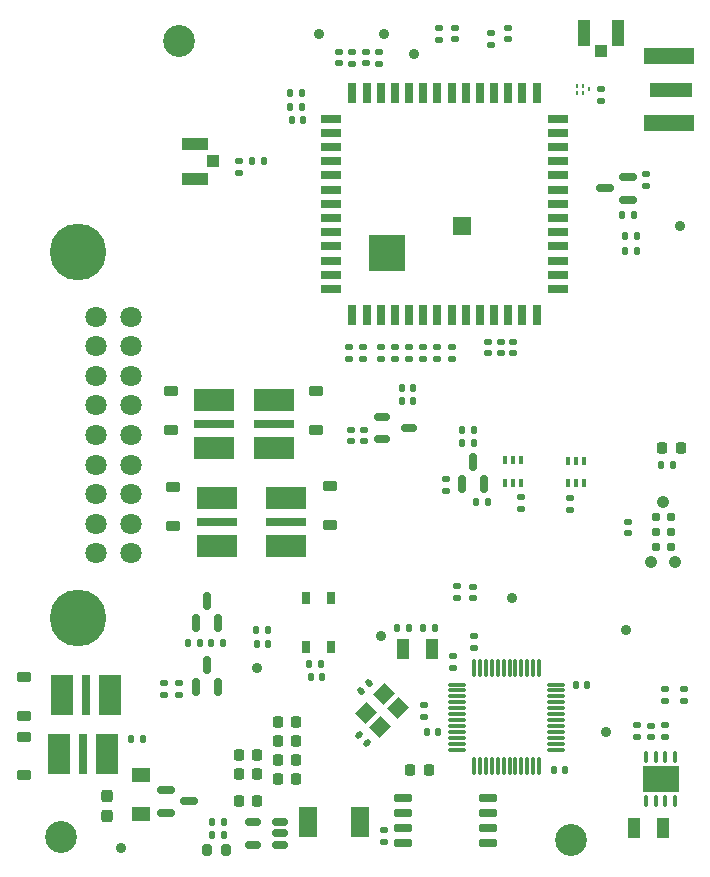
<source format=gbr>
G04 #@! TF.GenerationSoftware,KiCad,Pcbnew,7.0.10*
G04 #@! TF.CreationDate,2024-01-23T23:38:07+03:00*
G04 #@! TF.ProjectId,BIM_PCB,42494d5f-5043-4422-9e6b-696361645f70,rev?*
G04 #@! TF.SameCoordinates,Original*
G04 #@! TF.FileFunction,Soldermask,Top*
G04 #@! TF.FilePolarity,Negative*
%FSLAX46Y46*%
G04 Gerber Fmt 4.6, Leading zero omitted, Abs format (unit mm)*
G04 Created by KiCad (PCBNEW 7.0.10) date 2024-01-23 23:38:07*
%MOMM*%
%LPD*%
G01*
G04 APERTURE LIST*
G04 Aperture macros list*
%AMRoundRect*
0 Rectangle with rounded corners*
0 $1 Rounding radius*
0 $2 $3 $4 $5 $6 $7 $8 $9 X,Y pos of 4 corners*
0 Add a 4 corners polygon primitive as box body*
4,1,4,$2,$3,$4,$5,$6,$7,$8,$9,$2,$3,0*
0 Add four circle primitives for the rounded corners*
1,1,$1+$1,$2,$3*
1,1,$1+$1,$4,$5*
1,1,$1+$1,$6,$7*
1,1,$1+$1,$8,$9*
0 Add four rect primitives between the rounded corners*
20,1,$1+$1,$2,$3,$4,$5,0*
20,1,$1+$1,$4,$5,$6,$7,0*
20,1,$1+$1,$6,$7,$8,$9,0*
20,1,$1+$1,$8,$9,$2,$3,0*%
%AMRotRect*
0 Rectangle, with rotation*
0 The origin of the aperture is its center*
0 $1 length*
0 $2 width*
0 $3 Rotation angle, in degrees counterclockwise*
0 Add horizontal line*
21,1,$1,$2,0,0,$3*%
G04 Aperture macros list end*
%ADD10RoundRect,0.150000X0.512500X0.150000X-0.512500X0.150000X-0.512500X-0.150000X0.512500X-0.150000X0*%
%ADD11RoundRect,0.135000X0.185000X-0.135000X0.185000X0.135000X-0.185000X0.135000X-0.185000X-0.135000X0*%
%ADD12RoundRect,0.140000X-0.170000X0.140000X-0.170000X-0.140000X0.170000X-0.140000X0.170000X0.140000X0*%
%ADD13C,0.900000*%
%ADD14RoundRect,0.140000X0.140000X0.170000X-0.140000X0.170000X-0.140000X-0.170000X0.140000X-0.170000X0*%
%ADD15RoundRect,0.225000X0.375000X-0.225000X0.375000X0.225000X-0.375000X0.225000X-0.375000X-0.225000X0*%
%ADD16RoundRect,0.147500X0.172500X-0.147500X0.172500X0.147500X-0.172500X0.147500X-0.172500X-0.147500X0*%
%ADD17RoundRect,0.150000X0.150000X-0.587500X0.150000X0.587500X-0.150000X0.587500X-0.150000X-0.587500X0*%
%ADD18RoundRect,0.075000X-0.662500X-0.075000X0.662500X-0.075000X0.662500X0.075000X-0.662500X0.075000X0*%
%ADD19RoundRect,0.075000X-0.075000X-0.662500X0.075000X-0.662500X0.075000X0.662500X-0.075000X0.662500X0*%
%ADD20R,1.950000X3.500000*%
%ADD21R,0.800000X3.400000*%
%ADD22R,3.600000X1.270000*%
%ADD23R,4.200000X1.350000*%
%ADD24RoundRect,0.135000X-0.185000X0.135000X-0.185000X-0.135000X0.185000X-0.135000X0.185000X0.135000X0*%
%ADD25RoundRect,0.140000X0.170000X-0.140000X0.170000X0.140000X-0.170000X0.140000X-0.170000X-0.140000X0*%
%ADD26RoundRect,0.135000X-0.135000X-0.185000X0.135000X-0.185000X0.135000X0.185000X-0.135000X0.185000X0*%
%ADD27RoundRect,0.135000X0.135000X0.185000X-0.135000X0.185000X-0.135000X-0.185000X0.135000X-0.185000X0*%
%ADD28RoundRect,0.225000X0.225000X0.250000X-0.225000X0.250000X-0.225000X-0.250000X0.225000X-0.250000X0*%
%ADD29RoundRect,0.140000X-0.140000X-0.170000X0.140000X-0.170000X0.140000X0.170000X-0.140000X0.170000X0*%
%ADD30RoundRect,0.150000X-0.587500X-0.150000X0.587500X-0.150000X0.587500X0.150000X-0.587500X0.150000X0*%
%ADD31R,1.600000X2.500000*%
%ADD32R,3.500000X1.950000*%
%ADD33R,3.400000X0.800000*%
%ADD34RoundRect,0.150000X0.587500X0.150000X-0.587500X0.150000X-0.587500X-0.150000X0.587500X-0.150000X0*%
%ADD35RoundRect,0.218750X0.218750X0.256250X-0.218750X0.256250X-0.218750X-0.256250X0.218750X-0.256250X0*%
%ADD36R,1.000000X1.800000*%
%ADD37C,1.067000*%
%ADD38C,0.787000*%
%ADD39RoundRect,0.147500X-0.172500X0.147500X-0.172500X-0.147500X0.172500X-0.147500X0.172500X0.147500X0*%
%ADD40R,0.400000X0.650000*%
%ADD41R,1.500000X1.200000*%
%ADD42RoundRect,0.225000X-0.225000X-0.250000X0.225000X-0.250000X0.225000X0.250000X-0.225000X0.250000X0*%
%ADD43RoundRect,0.087500X0.087500X-0.412500X0.087500X0.412500X-0.087500X0.412500X-0.087500X-0.412500X0*%
%ADD44R,3.100000X2.200000*%
%ADD45R,0.250000X0.325000*%
%ADD46R,1.050000X1.000000*%
%ADD47R,2.200000X1.050000*%
%ADD48RoundRect,0.218750X-0.218750X-0.256250X0.218750X-0.256250X0.218750X0.256250X-0.218750X0.256250X0*%
%ADD49C,2.700000*%
%ADD50RoundRect,0.200000X0.200000X0.275000X-0.200000X0.275000X-0.200000X-0.275000X0.200000X-0.275000X0*%
%ADD51RoundRect,0.140000X-0.219203X-0.021213X-0.021213X-0.219203X0.219203X0.021213X0.021213X0.219203X0*%
%ADD52RoundRect,0.140000X0.021213X-0.219203X0.219203X-0.021213X-0.021213X0.219203X-0.219203X0.021213X0*%
%ADD53R,0.650000X1.050000*%
%ADD54R,1.000000X1.050000*%
%ADD55R,1.050000X2.200000*%
%ADD56R,0.800000X1.800000*%
%ADD57R,1.800000X0.800000*%
%ADD58R,3.048000X3.048000*%
%ADD59R,1.524000X1.500000*%
%ADD60RoundRect,0.237500X-0.237500X0.287500X-0.237500X-0.287500X0.237500X-0.287500X0.237500X0.287500X0*%
%ADD61RoundRect,0.150000X-0.512500X-0.150000X0.512500X-0.150000X0.512500X0.150000X-0.512500X0.150000X0*%
%ADD62C,1.800000*%
%ADD63C,4.800000*%
%ADD64RotRect,1.400000X1.200000X45.000000*%
%ADD65RoundRect,0.150000X-0.650000X-0.150000X0.650000X-0.150000X0.650000X0.150000X-0.650000X0.150000X0*%
G04 APERTURE END LIST*
D10*
X59137500Y-128650000D03*
X59137500Y-127700000D03*
X59137500Y-126750000D03*
X56862500Y-126750000D03*
X56862500Y-128650000D03*
D11*
X89375000Y-119560000D03*
X89375000Y-118540000D03*
D12*
X79550000Y-99250000D03*
X79550000Y-100210000D03*
D13*
X78800000Y-107800000D03*
D14*
X61000000Y-65000000D03*
X60040000Y-65000000D03*
D15*
X37500000Y-117800000D03*
X37500000Y-114500000D03*
D13*
X88500000Y-110500000D03*
D16*
X74000000Y-60485000D03*
X74000000Y-59515000D03*
D17*
X74550000Y-98112500D03*
X76450000Y-98112500D03*
X75500000Y-96237500D03*
D18*
X74200000Y-115100000D03*
X74200000Y-115600000D03*
X74200000Y-116100000D03*
X74200000Y-116600000D03*
X74200000Y-117100000D03*
X74200000Y-117600000D03*
X74200000Y-118100000D03*
X74200000Y-118600000D03*
X74200000Y-119100000D03*
X74200000Y-119600000D03*
X74200000Y-120100000D03*
X74200000Y-120600000D03*
D19*
X75612500Y-122012500D03*
X76112500Y-122012500D03*
X76612500Y-122012500D03*
X77112500Y-122012500D03*
X77612500Y-122012500D03*
X78112500Y-122012500D03*
X78612500Y-122012500D03*
X79112500Y-122012500D03*
X79612500Y-122012500D03*
X80112500Y-122012500D03*
X80612500Y-122012500D03*
X81112500Y-122012500D03*
D18*
X82525000Y-120600000D03*
X82525000Y-120100000D03*
X82525000Y-119600000D03*
X82525000Y-119100000D03*
X82525000Y-118600000D03*
X82525000Y-118100000D03*
X82525000Y-117600000D03*
X82525000Y-117100000D03*
X82525000Y-116600000D03*
X82525000Y-116100000D03*
X82525000Y-115600000D03*
X82525000Y-115100000D03*
D19*
X81112500Y-113687500D03*
X80612500Y-113687500D03*
X80112500Y-113687500D03*
X79612500Y-113687500D03*
X79112500Y-113687500D03*
X78612500Y-113687500D03*
X78112500Y-113687500D03*
X77612500Y-113687500D03*
X77112500Y-113687500D03*
X76612500Y-113687500D03*
X76112500Y-113687500D03*
X75612500Y-113687500D03*
D20*
X44515000Y-120970000D03*
X40465000Y-120970000D03*
D21*
X42490000Y-120970000D03*
D11*
X74200000Y-107810000D03*
X74200000Y-106790000D03*
D22*
X92290000Y-64720000D03*
D23*
X92090000Y-67545000D03*
X92090000Y-61895000D03*
D24*
X90200000Y-71840000D03*
X90200000Y-72860000D03*
D25*
X90575000Y-119530000D03*
X90575000Y-118570000D03*
D11*
X68900000Y-87510000D03*
X68900000Y-86490000D03*
D26*
X61665000Y-113325000D03*
X62685000Y-113325000D03*
D27*
X61010000Y-66200000D03*
X59990000Y-66200000D03*
D13*
X57200000Y-113725000D03*
D28*
X60555000Y-118270000D03*
X59005000Y-118270000D03*
D14*
X70455000Y-90025000D03*
X69495000Y-90025000D03*
D11*
X67700000Y-87510000D03*
X67700000Y-86490000D03*
D13*
X86800000Y-119100000D03*
D27*
X54385000Y-111575000D03*
X53365000Y-111575000D03*
X75630000Y-94650000D03*
X74610000Y-94650000D03*
D15*
X50100000Y-101687500D03*
X50100000Y-98387500D03*
D13*
X70500000Y-61750000D03*
D29*
X71320000Y-110300000D03*
X72280000Y-110300000D03*
D30*
X49562500Y-124050000D03*
X49562500Y-125950000D03*
X51437500Y-125000000D03*
D26*
X53380000Y-127825000D03*
X54400000Y-127825000D03*
D14*
X70080000Y-110300000D03*
X69120000Y-110300000D03*
D31*
X61580000Y-126770000D03*
X65980000Y-126770000D03*
D32*
X53625000Y-95075000D03*
X53625000Y-91025000D03*
D33*
X53625000Y-93050000D03*
D27*
X52385000Y-111575000D03*
X51365000Y-111575000D03*
D25*
X66300000Y-94505000D03*
X66300000Y-93545000D03*
D16*
X78500000Y-60485000D03*
X78500000Y-59515000D03*
D34*
X88600000Y-74050000D03*
X88600000Y-72150000D03*
X86725000Y-73100000D03*
D12*
X88600000Y-101340000D03*
X88600000Y-102300000D03*
D11*
X72500000Y-87510000D03*
X72500000Y-86490000D03*
X72670000Y-60500000D03*
X72670000Y-59480000D03*
D14*
X62760000Y-114475000D03*
X61800000Y-114475000D03*
D12*
X83750000Y-99330000D03*
X83750000Y-100290000D03*
D26*
X74600000Y-93550000D03*
X75620000Y-93550000D03*
D11*
X91775000Y-119560000D03*
X91775000Y-118540000D03*
D35*
X93087500Y-95040000D03*
X91512500Y-95040000D03*
D25*
X75500000Y-107780000D03*
X75500000Y-106820000D03*
D27*
X89385000Y-78425000D03*
X88365000Y-78425000D03*
D36*
X91625000Y-127250000D03*
X89125000Y-127250000D03*
D37*
X91629000Y-99650000D03*
X92645000Y-104730000D03*
X90613000Y-104730000D03*
D38*
X90994000Y-100920000D03*
X92264000Y-100920000D03*
X90994000Y-102190000D03*
X92264000Y-102190000D03*
X90994000Y-103460000D03*
X92264000Y-103460000D03*
D28*
X60555000Y-121470000D03*
X59005000Y-121470000D03*
D29*
X57185000Y-111700000D03*
X58145000Y-111700000D03*
D27*
X92450000Y-96500000D03*
X91430000Y-96500000D03*
D39*
X86390000Y-64710000D03*
X86390000Y-65680000D03*
D32*
X53850000Y-103337500D03*
X53850000Y-99287500D03*
D33*
X53850000Y-101312500D03*
D15*
X37500000Y-122800000D03*
X37500000Y-119500000D03*
D11*
X91800000Y-116510000D03*
X91800000Y-115490000D03*
D15*
X62225000Y-93525000D03*
X62225000Y-90225000D03*
X49925000Y-93562502D03*
X49925000Y-90262502D03*
D11*
X73700000Y-87510000D03*
X73700000Y-86490000D03*
D25*
X73800000Y-113660000D03*
X73800000Y-112700000D03*
D14*
X70455000Y-91100000D03*
X69495000Y-91100000D03*
D13*
X62500000Y-60000000D03*
D40*
X84900000Y-96150000D03*
X84250000Y-96150000D03*
X83600000Y-96150000D03*
X83600000Y-98050000D03*
X84250000Y-98050000D03*
X84900000Y-98050000D03*
D28*
X60555000Y-119870000D03*
X59005000Y-119870000D03*
D14*
X61160000Y-67270000D03*
X60200000Y-67270000D03*
D41*
X47400000Y-126050000D03*
X47400000Y-122750000D03*
D27*
X57790000Y-70800000D03*
X56770000Y-70800000D03*
D11*
X77025000Y-60972500D03*
X77025000Y-59952500D03*
D42*
X55705000Y-125000000D03*
X57255000Y-125000000D03*
D11*
X71300000Y-87510000D03*
X71300000Y-86490000D03*
D43*
X90200000Y-124975000D03*
X91000000Y-124975000D03*
X91800000Y-124975000D03*
X92600000Y-124975000D03*
X92600000Y-121225000D03*
X91800000Y-121225000D03*
X91000000Y-121225000D03*
X90200000Y-121225000D03*
D44*
X91400000Y-123100000D03*
D25*
X66495000Y-62505000D03*
X66495000Y-61545000D03*
D16*
X55670000Y-71770000D03*
X55670000Y-70800000D03*
D15*
X63400000Y-101587500D03*
X63400000Y-98287500D03*
D42*
X55705000Y-121070000D03*
X57255000Y-121070000D03*
D11*
X49385000Y-115985000D03*
X49385000Y-114965000D03*
D45*
X85325000Y-64712500D03*
X84825000Y-64425000D03*
X84325000Y-64425000D03*
X84325000Y-65000000D03*
X84825000Y-65000000D03*
D46*
X53525000Y-70800000D03*
D47*
X52000000Y-72275000D03*
X52000000Y-69325000D03*
D29*
X84232500Y-115112500D03*
X85192500Y-115112500D03*
D24*
X65245000Y-61505000D03*
X65245000Y-62525000D03*
D29*
X82332500Y-122312500D03*
X83292500Y-122312500D03*
D48*
X70212500Y-122300000D03*
X71787500Y-122300000D03*
D49*
X83800000Y-128250000D03*
D50*
X54625000Y-129150000D03*
X52975000Y-129150000D03*
D13*
X45700000Y-128900000D03*
D51*
X65860589Y-119330589D03*
X66539411Y-120009411D03*
D11*
X70100000Y-87510000D03*
X70100000Y-86490000D03*
D49*
X40600000Y-128000000D03*
D36*
X69550000Y-112100000D03*
X72050000Y-112100000D03*
D25*
X65200000Y-94505000D03*
X65200000Y-93545000D03*
D52*
X66060589Y-115639411D03*
X66739411Y-114960589D03*
D12*
X77850000Y-86100000D03*
X77850000Y-87060000D03*
D26*
X88090000Y-75350000D03*
X89110000Y-75350000D03*
D53*
X61350000Y-111960000D03*
X61350000Y-107810000D03*
X63500000Y-111960000D03*
X63500000Y-107810000D03*
D32*
X59700000Y-103337500D03*
X59700000Y-99287500D03*
D33*
X59700000Y-101312500D03*
D42*
X55705000Y-122670000D03*
X57255000Y-122670000D03*
D13*
X68000000Y-60000000D03*
D54*
X86350000Y-61480000D03*
D55*
X84875000Y-59955000D03*
X87825000Y-59955000D03*
D56*
X65300000Y-83800000D03*
X66500000Y-83800000D03*
X67700000Y-83800000D03*
X68900000Y-83800000D03*
X70100000Y-83800000D03*
X71300000Y-83800000D03*
X72500000Y-83800000D03*
X73700000Y-83800000D03*
X74900000Y-83800000D03*
X76100000Y-83800000D03*
X77300000Y-83800000D03*
X78500000Y-83800000D03*
X79700000Y-83800000D03*
X80900000Y-83800000D03*
D57*
X82700000Y-81600000D03*
X82700000Y-80400000D03*
X82700000Y-79200000D03*
X82700000Y-78000000D03*
X82700000Y-76800000D03*
X82700000Y-75600000D03*
X82700000Y-74400000D03*
X82700000Y-73200000D03*
X82700000Y-72000000D03*
X82700000Y-70800000D03*
X82700000Y-69600000D03*
X82700000Y-68400000D03*
X82700000Y-67200000D03*
D56*
X80900000Y-65000000D03*
X79700000Y-65000000D03*
X78500000Y-65000000D03*
X77300000Y-65000000D03*
X76100000Y-65000000D03*
X74900000Y-65000000D03*
X73700000Y-65000000D03*
X72500000Y-65000000D03*
X71300000Y-65000000D03*
X70100000Y-65000000D03*
X68900000Y-65000000D03*
X67700000Y-65000000D03*
X66500000Y-65000000D03*
X65300000Y-65000000D03*
D57*
X63500000Y-67200000D03*
X63500000Y-68400000D03*
X63500000Y-69600000D03*
X63500000Y-70800000D03*
X63500000Y-72000000D03*
X63500000Y-73200000D03*
X63500000Y-74400000D03*
X63500000Y-75600000D03*
X63500000Y-76800000D03*
X63500000Y-78000000D03*
X63500000Y-79200000D03*
X63500000Y-80400000D03*
X63500000Y-81600000D03*
D58*
X68250000Y-78600006D03*
D59*
X74600000Y-76300000D03*
D11*
X67545000Y-62535000D03*
X67545000Y-61515000D03*
D14*
X72592500Y-119112500D03*
X71632500Y-119112500D03*
D12*
X67962500Y-127450000D03*
X67962500Y-128410000D03*
X76775000Y-86100000D03*
X76775000Y-87060000D03*
D20*
X44745000Y-116010000D03*
X40695000Y-116010000D03*
D21*
X42720000Y-116010000D03*
D25*
X75600000Y-111980000D03*
X75600000Y-111020000D03*
D24*
X64975000Y-86515000D03*
X64975000Y-87535000D03*
D32*
X58625000Y-95100000D03*
X58625000Y-91050000D03*
D33*
X58625000Y-93075000D03*
D49*
X50600000Y-60600000D03*
D11*
X50585000Y-115985000D03*
X50585000Y-114965000D03*
D17*
X52035000Y-115350000D03*
X53935000Y-115350000D03*
X52985000Y-113475000D03*
D12*
X78900000Y-86100000D03*
X78900000Y-87060000D03*
D60*
X44500000Y-124500000D03*
X44500000Y-126250000D03*
D61*
X67787500Y-92425000D03*
X67787500Y-94325000D03*
X70062500Y-93375000D03*
D26*
X88367500Y-77115000D03*
X89387500Y-77115000D03*
D62*
X46560000Y-103970000D03*
X46560000Y-101470000D03*
X46560000Y-98970000D03*
X46560000Y-96470000D03*
X46560000Y-93970000D03*
X46560000Y-91470000D03*
X46560000Y-88970000D03*
X46560000Y-86470000D03*
X46560000Y-83970000D03*
X43560000Y-103970000D03*
X43560000Y-101470000D03*
X43560000Y-98970000D03*
X43560000Y-96470000D03*
X43560000Y-93970000D03*
X43560000Y-91470000D03*
X43560000Y-88970000D03*
X43560000Y-86470000D03*
X43560000Y-83970000D03*
D63*
X42060000Y-78470000D03*
X42060000Y-109470000D03*
D27*
X76760000Y-99650000D03*
X75740000Y-99650000D03*
D40*
X79550000Y-96100000D03*
X78900000Y-96100000D03*
X78250000Y-96100000D03*
X78250000Y-98000000D03*
X78900000Y-98000000D03*
X79550000Y-98000000D03*
D25*
X64195000Y-62495000D03*
X64195000Y-61535000D03*
D24*
X71337500Y-116852500D03*
X71337500Y-117872500D03*
D64*
X67623223Y-118678858D03*
X69178858Y-117123223D03*
X67976777Y-115921142D03*
X66421142Y-117476777D03*
D29*
X53440000Y-126700000D03*
X54400000Y-126700000D03*
D28*
X60555000Y-123070000D03*
X59005000Y-123070000D03*
D13*
X93025000Y-76250000D03*
D17*
X52035000Y-109912500D03*
X53935000Y-109912500D03*
X52985000Y-108037500D03*
D26*
X46590000Y-119675000D03*
X47610000Y-119675000D03*
D11*
X93400000Y-116510000D03*
X93400000Y-115490000D03*
D24*
X66175000Y-86515000D03*
X66175000Y-87535000D03*
D65*
X69562500Y-124745000D03*
X69562500Y-126015000D03*
X69562500Y-127285000D03*
X69562500Y-128555000D03*
X76762500Y-128555000D03*
X76762500Y-127285000D03*
X76762500Y-126015000D03*
X76762500Y-124745000D03*
D11*
X73250000Y-98735000D03*
X73250000Y-97715000D03*
D13*
X67700000Y-111000000D03*
D26*
X57155000Y-110500000D03*
X58175000Y-110500000D03*
M02*

</source>
